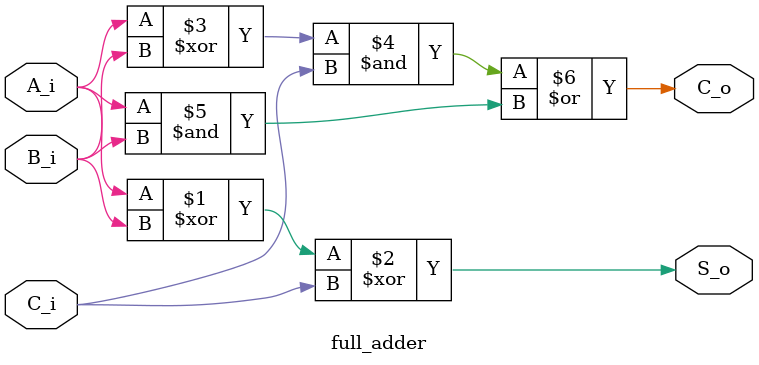
<source format=v>
module full_adder (
    input A_i,
    input B_i,
    input C_i,
    output S_o,
    output C_o
);
    assign S_o = A_i ^ B_i ^ C_i;
    assign C_o = ((A_i ^ B_i) & C_i) | (A_i & B_i);
endmodule
</source>
